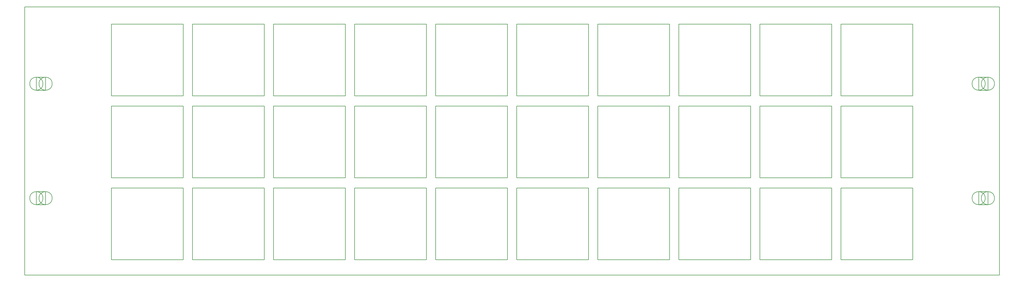
<source format=gko>
G04 Layer: BoardOutlineLayer*
G04 EasyEDA v6.5.34, 2023-08-21 18:11:39*
G04 a36f35aa77804d41a66a65411d35a75e,5a6b42c53f6a479593ecc07194224c93,10*
G04 Gerber Generator version 0.2*
G04 Scale: 100 percent, Rotated: No, Reflected: No *
G04 Dimensions in millimeters *
G04 leading zeros omitted , absolute positions ,4 integer and 5 decimal *
%FSLAX45Y45*%
%MOMM*%

%ADD10C,0.2540*%
D10*
X0Y13296900D02*
G01*
X48260000Y13296900D01*
X48260000Y0D01*
X0Y-3070D01*
X0Y13296900D01*
G75*
G01*
X711200Y9486900D02*
G02*
X1361597Y9486900I325199J0D01*
G75*
G01*
X1361597Y9486900D02*
G02*
X711200Y9486900I-325198J0D01*
X711200Y9486900D02*
G01*
X711200Y9486900D01*
X579198Y9811893D02*
G01*
X579198Y9161881D01*
X579198Y9161881D02*
G01*
X1036398Y9161881D01*
X1036398Y9161881D02*
G01*
X1036398Y9811893D01*
X1036398Y9811893D02*
G01*
X579198Y9811893D01*
G75*
G01*
X254000Y9486900D02*
G02*
X904397Y9486900I325199J0D01*
G75*
G01*
X904397Y9486900D02*
G02*
X254000Y9486900I-325198J0D01*
X254000Y9486900D02*
G01*
X254000Y9486900D01*
G75*
G01*
X254000Y3810000D02*
G02*
X904397Y3810000I325199J0D01*
G75*
G01*
X904397Y3810000D02*
G02*
X254000Y3810000I-325198J0D01*
X254000Y3810000D02*
G01*
X254000Y3810000D01*
X579198Y4134993D02*
G01*
X579198Y3484981D01*
X579198Y3484981D02*
G01*
X1036398Y3484981D01*
X1036398Y3484981D02*
G01*
X1036398Y4134993D01*
X1036398Y4134993D02*
G01*
X579198Y4134993D01*
G75*
G01*
X711200Y3810000D02*
G02*
X1361597Y3810000I325199J0D01*
G75*
G01*
X1361597Y3810000D02*
G02*
X711200Y3810000I-325198J0D01*
X711200Y3810000D02*
G01*
X711200Y3810000D01*
G75*
G01*
X47365696Y3810000D02*
G02*
X48016094Y3810000I325199J0D01*
G75*
G01*
X48016094Y3810000D02*
G02*
X47365696Y3810000I-325199J0D01*
X47365696Y3810000D02*
G01*
X47365696Y3810000D01*
X47233695Y4134993D02*
G01*
X47233695Y3484981D01*
X47233695Y3484981D02*
G01*
X47690895Y3484981D01*
X47690895Y3484981D02*
G01*
X47690895Y4134993D01*
X47690895Y4134993D02*
G01*
X47233695Y4134993D01*
G75*
G01*
X46908496Y3810000D02*
G02*
X47558894Y3810000I325199J0D01*
G75*
G01*
X47558894Y3810000D02*
G02*
X46908496Y3810000I-325199J0D01*
X46908496Y3810000D02*
G01*
X46908496Y3810000D01*
G75*
G01*
X46908496Y9486900D02*
G02*
X47558894Y9486900I325199J0D01*
G75*
G01*
X47558894Y9486900D02*
G02*
X46908496Y9486900I-325199J0D01*
X46908496Y9486900D02*
G01*
X46908496Y9486900D01*
X47233695Y9811893D02*
G01*
X47233695Y9161881D01*
X47233695Y9161881D02*
G01*
X47690895Y9161881D01*
X47690895Y9161881D02*
G01*
X47690895Y9811893D01*
X47690895Y9811893D02*
G01*
X47233695Y9811893D01*
G75*
G01*
X47365696Y9486900D02*
G02*
X48016094Y9486900I325199J0D01*
G75*
G01*
X48016094Y9486900D02*
G02*
X47365696Y9486900I-325199J0D01*
X47365696Y9486900D02*
G01*
X47365696Y9486900D01*
X20345402Y4317992D02*
G01*
X20345402Y761992D01*
X20345402Y761992D02*
G01*
X23901402Y761992D01*
X23901402Y761992D02*
G01*
X23901402Y4317992D01*
X23901402Y4317992D02*
G01*
X20345402Y4317992D01*
X16332202Y4317992D02*
G01*
X16332202Y761992D01*
X16332202Y761992D02*
G01*
X19888202Y761992D01*
X19888202Y761992D02*
G01*
X19888202Y4317992D01*
X19888202Y4317992D02*
G01*
X16332202Y4317992D01*
X12319002Y4317992D02*
G01*
X12319002Y761992D01*
X12319002Y761992D02*
G01*
X15875002Y761992D01*
X15875002Y761992D02*
G01*
X15875002Y4317992D01*
X15875002Y4317992D02*
G01*
X12319002Y4317992D01*
X8305802Y4317992D02*
G01*
X8305802Y761992D01*
X8305802Y761992D02*
G01*
X11861802Y761992D01*
X11861802Y761992D02*
G01*
X11861802Y4317992D01*
X11861802Y4317992D02*
G01*
X8305802Y4317992D01*
X4292602Y4317992D02*
G01*
X4292602Y761992D01*
X4292602Y761992D02*
G01*
X7848602Y761992D01*
X7848602Y761992D02*
G01*
X7848602Y4317992D01*
X7848602Y4317992D02*
G01*
X4292602Y4317992D01*
X20345402Y8381992D02*
G01*
X20345402Y4825992D01*
X20345402Y4825992D02*
G01*
X23901402Y4825992D01*
X23901402Y4825992D02*
G01*
X23901402Y8381992D01*
X23901402Y8381992D02*
G01*
X20345402Y8381992D01*
X16332202Y8381992D02*
G01*
X16332202Y4825992D01*
X16332202Y4825992D02*
G01*
X19888202Y4825992D01*
X19888202Y4825992D02*
G01*
X19888202Y8381992D01*
X19888202Y8381992D02*
G01*
X16332202Y8381992D01*
X12319002Y8381992D02*
G01*
X12319002Y4825992D01*
X12319002Y4825992D02*
G01*
X15875002Y4825992D01*
X15875002Y4825992D02*
G01*
X15875002Y8381992D01*
X15875002Y8381992D02*
G01*
X12319002Y8381992D01*
X8305802Y8381992D02*
G01*
X8305802Y4825992D01*
X8305802Y4825992D02*
G01*
X11861802Y4825992D01*
X11861802Y4825992D02*
G01*
X11861802Y8381992D01*
X11861802Y8381992D02*
G01*
X8305802Y8381992D01*
X4292602Y8381992D02*
G01*
X4292602Y4825992D01*
X4292602Y4825992D02*
G01*
X7848602Y4825992D01*
X7848602Y4825992D02*
G01*
X7848602Y8381992D01*
X7848602Y8381992D02*
G01*
X4292602Y8381992D01*
X20345402Y12445992D02*
G01*
X20345402Y8889992D01*
X20345402Y8889992D02*
G01*
X23901402Y8889992D01*
X23901402Y8889992D02*
G01*
X23901402Y12445992D01*
X23901402Y12445992D02*
G01*
X20345402Y12445992D01*
X16332202Y12445992D02*
G01*
X16332202Y8889992D01*
X16332202Y8889992D02*
G01*
X19888202Y8889992D01*
X19888202Y8889992D02*
G01*
X19888202Y12445992D01*
X19888202Y12445992D02*
G01*
X16332202Y12445992D01*
X12319002Y12445992D02*
G01*
X12319002Y8889992D01*
X12319002Y8889992D02*
G01*
X15875002Y8889992D01*
X15875002Y8889992D02*
G01*
X15875002Y12445992D01*
X15875002Y12445992D02*
G01*
X12319002Y12445992D01*
X8305802Y12445992D02*
G01*
X8305802Y8889992D01*
X8305802Y8889992D02*
G01*
X11861802Y8889992D01*
X11861802Y8889992D02*
G01*
X11861802Y12445992D01*
X11861802Y12445992D02*
G01*
X8305802Y12445992D01*
X4292602Y12445992D02*
G01*
X4292602Y8889992D01*
X4292602Y8889992D02*
G01*
X7848602Y8889992D01*
X7848602Y8889992D02*
G01*
X7848602Y12445992D01*
X7848602Y12445992D02*
G01*
X4292602Y12445992D01*
X40411400Y4318000D02*
G01*
X40411400Y762000D01*
X40411400Y762000D02*
G01*
X43967400Y762000D01*
X43967400Y762000D02*
G01*
X43967400Y4318000D01*
X43967400Y4318000D02*
G01*
X40411400Y4318000D01*
X36398200Y4318000D02*
G01*
X36398200Y762000D01*
X36398200Y762000D02*
G01*
X39954200Y762000D01*
X39954200Y762000D02*
G01*
X39954200Y4318000D01*
X39954200Y4318000D02*
G01*
X36398200Y4318000D01*
X32385000Y4318000D02*
G01*
X32385000Y762000D01*
X32385000Y762000D02*
G01*
X35941000Y762000D01*
X35941000Y762000D02*
G01*
X35941000Y4318000D01*
X35941000Y4318000D02*
G01*
X32385000Y4318000D01*
X28371800Y4318000D02*
G01*
X28371800Y762000D01*
X28371800Y762000D02*
G01*
X31927800Y762000D01*
X31927800Y762000D02*
G01*
X31927800Y4318000D01*
X31927800Y4318000D02*
G01*
X28371800Y4318000D01*
X24358600Y4318000D02*
G01*
X24358600Y762000D01*
X24358600Y762000D02*
G01*
X27914600Y762000D01*
X27914600Y762000D02*
G01*
X27914600Y4318000D01*
X27914600Y4318000D02*
G01*
X24358600Y4318000D01*
X40411400Y8382000D02*
G01*
X40411400Y4826000D01*
X40411400Y4826000D02*
G01*
X43967400Y4826000D01*
X43967400Y4826000D02*
G01*
X43967400Y8382000D01*
X43967400Y8382000D02*
G01*
X40411400Y8382000D01*
X36398200Y8382000D02*
G01*
X36398200Y4826000D01*
X36398200Y4826000D02*
G01*
X39954200Y4826000D01*
X39954200Y4826000D02*
G01*
X39954200Y8382000D01*
X39954200Y8382000D02*
G01*
X36398200Y8382000D01*
X32385000Y8382000D02*
G01*
X32385000Y4826000D01*
X32385000Y4826000D02*
G01*
X35941000Y4826000D01*
X35941000Y4826000D02*
G01*
X35941000Y8382000D01*
X35941000Y8382000D02*
G01*
X32385000Y8382000D01*
X28371800Y8382000D02*
G01*
X28371800Y4826000D01*
X28371800Y4826000D02*
G01*
X31927800Y4826000D01*
X31927800Y4826000D02*
G01*
X31927800Y8382000D01*
X31927800Y8382000D02*
G01*
X28371800Y8382000D01*
X24358600Y8382000D02*
G01*
X24358600Y4826000D01*
X24358600Y4826000D02*
G01*
X27914600Y4826000D01*
X27914600Y4826000D02*
G01*
X27914600Y8382000D01*
X27914600Y8382000D02*
G01*
X24358600Y8382000D01*
X40411400Y12446000D02*
G01*
X40411400Y8890000D01*
X40411400Y8890000D02*
G01*
X43967400Y8890000D01*
X43967400Y8890000D02*
G01*
X43967400Y12446000D01*
X43967400Y12446000D02*
G01*
X40411400Y12446000D01*
X36398200Y12446000D02*
G01*
X36398200Y8890000D01*
X36398200Y8890000D02*
G01*
X39954200Y8890000D01*
X39954200Y8890000D02*
G01*
X39954200Y12446000D01*
X39954200Y12446000D02*
G01*
X36398200Y12446000D01*
X32385000Y12446000D02*
G01*
X32385000Y8890000D01*
X32385000Y8890000D02*
G01*
X35941000Y8890000D01*
X35941000Y8890000D02*
G01*
X35941000Y12446000D01*
X35941000Y12446000D02*
G01*
X32385000Y12446000D01*
X28371800Y12446000D02*
G01*
X28371800Y8890000D01*
X28371800Y8890000D02*
G01*
X31927800Y8890000D01*
X31927800Y8890000D02*
G01*
X31927800Y12446000D01*
X31927800Y12446000D02*
G01*
X28371800Y12446000D01*
X24358600Y12446000D02*
G01*
X24358600Y8890000D01*
X24358600Y8890000D02*
G01*
X27914600Y8890000D01*
X27914600Y8890000D02*
G01*
X27914600Y12446000D01*
X27914600Y12446000D02*
G01*
X24358600Y12446000D01*

%LPD*%
M02*

</source>
